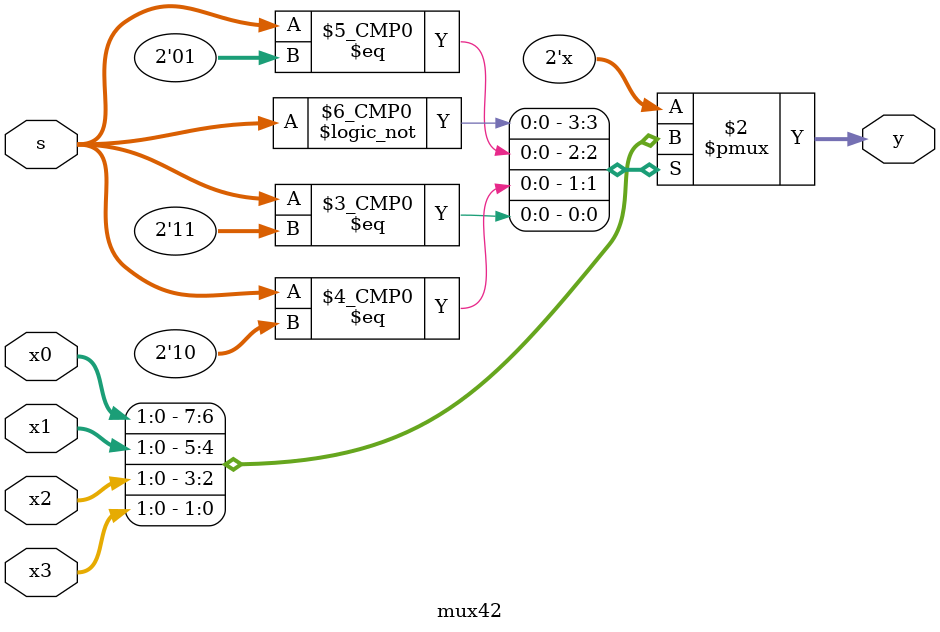
<source format=v>
module mux42(
    input [1:0] x0,x1,x2,x3,
    input [1:0] s,
    output reg [1:0] y
);

always @(*) begin
    case (s)
        2'b00: y = x0;
        2'b01: y = x1;
        2'b10: y = x2;
        2'b11: y = x3; 
        default: y = 2'b00;
    endcase
end

endmodule

</source>
